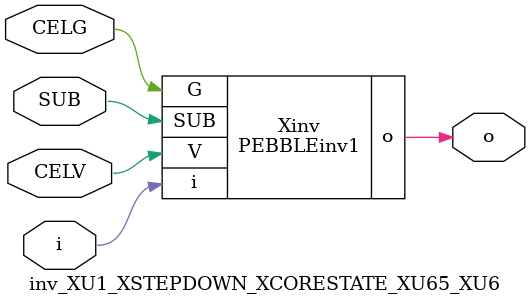
<source format=v>



module PEBBLEinv1 ( o, G, SUB, V, i );

  input V;
  input i;
  input G;
  output o;
  input SUB;
endmodule

//Celera Confidential Do Not Copy inv_XU1_XSTEPDOWN_XCORESTATE_XU65_XU6
//Celera Confidential Symbol Generator
//5V Inverter
module inv_XU1_XSTEPDOWN_XCORESTATE_XU65_XU6 (CELV,CELG,i,o,SUB);
input CELV;
input CELG;
input i;
input SUB;
output o;

//Celera Confidential Do Not Copy inv
PEBBLEinv1 Xinv(
.V (CELV),
.i (i),
.o (o),
.SUB (SUB),
.G (CELG)
);
//,diesize,PEBBLEinv1

//Celera Confidential Do Not Copy Module End
//Celera Schematic Generator
endmodule

</source>
